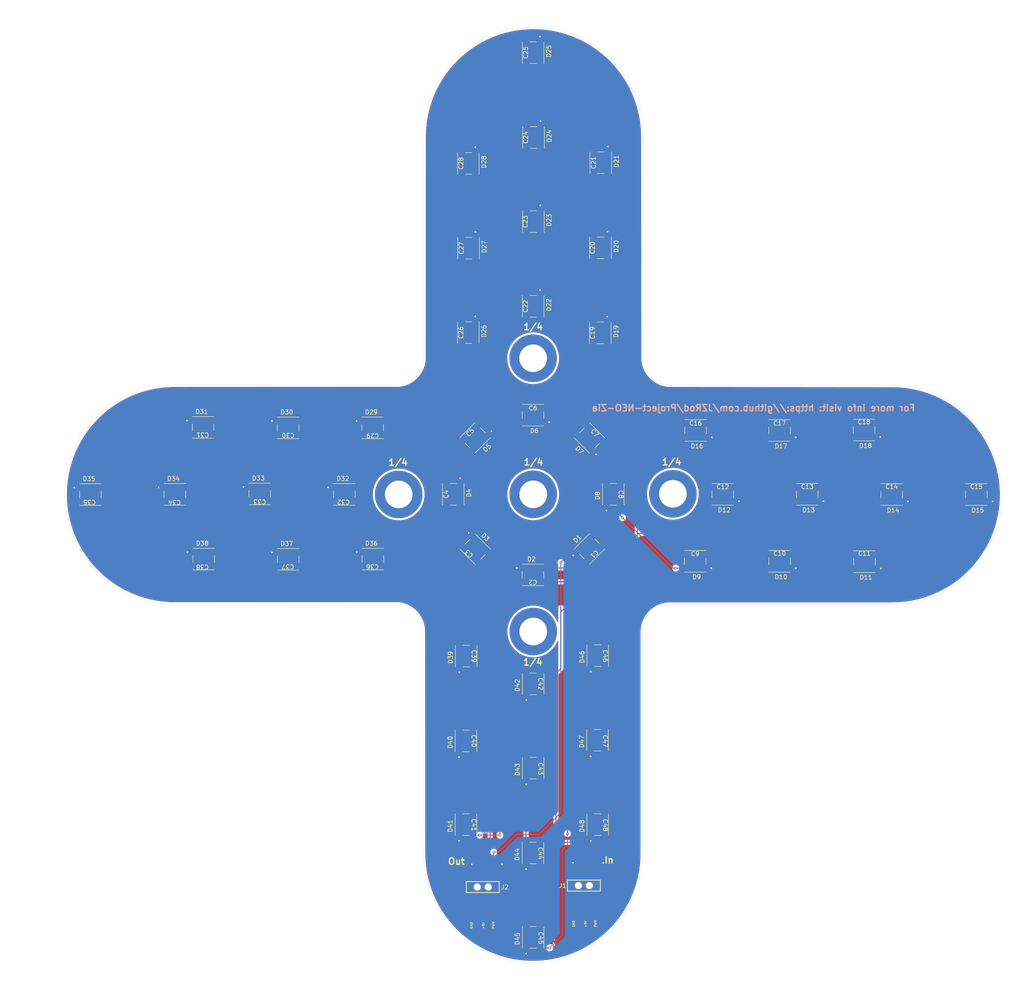
<source format=kicad_pcb>
(kicad_pcb (version 20241229) (generator "pcbnew") (generator_version "9.0")
  (title_block (title "Project NEO Zia") (date "5/20/2025") (rev "4"))
  (layers (0 "F.Cu" signal) (2 "B.Cu" signal) (13 "F.Paste" user) (15 "B.Paste" user) (5 "F.SilkS" user "F.Silkscreen") (7 "B.SilkS" user "B.Silkscreen") (1 "F.Mask" user) (3 "B.Mask" user) (25 "Edge.Cuts" user))
  (net 0 "")
  (net 1 "Net-(D1-DIN)")
  (net 2 "GND")
  (net 3 "Net-(D1-DOUT)")
  (net 4 "+5V")
  (net 5 "Net-(D2-DIN)")
  (net 6 "Net-(D10-DIN)")
  (net 7 "Net-(D3-DIN)")
  (net 8 "Net-(D5-DIN)")
  (net 9 "Net-(D6-DIN)")
  (net 10 "Net-(D4-DIN)")
  (net 11 "Net-(D7-DIN)")
  (net 12 "Net-(D10-DOUT)")
  (net 13 "Net-(D17-DIN)")
  (net 14 "Net-(D11-DIN)")
  (net 15 "Net-(D8-DIN)")
  (net 16 "Net-(D18-DIN)")
  (net 17 "Net-(D12-DIN)")
  (net 18 "Net-(D13-DIN)")
  (net 19 "Net-(D19-DIN)")
  (net 20 "Net-(D14-DIN)")
  (net 21 "Net-(D15-DIN)")
  (net 22 "Net-(D16-DIN)")
  (net 23 "Net-(D20-DIN)")
  (net 24 "Net-(D27-DIN)")
  (net 25 "Net-(D21-DIN)")
  (net 26 "Net-(D28-DIN)")
  (net 27 "Net-(D22-DIN)")
  (net 28 "Net-(D29-DIN)")
  (net 29 "Net-(D23-DIN)")
  (net 30 "Net-(D24-DIN)")
  (net 31 "Net-(D25-DIN)")
  (net 32 "Net-(D26-DIN)")
  (net 33 "Net-(D30-DIN)")
  (net 34 "Net-(D34-DIN)")
  (net 35 "Net-(D31-DIN)")
  (net 36 "Net-(D32-DIN)")
  (net 37 "Net-(D37-DIN)")
  (net 38 "Net-(D33-DIN)")
  (net 39 "Net-(D38-DIN)")
  (net 40 "Net-(D36-DIN)")
  (net 41 "Net-(D39-DIN)")
  (net 42 "Net-(D40-DIN)")
  (net 43 "Net-(D41-DIN)")
  (net 44 "Net-(D42-DIN)")
  (net 45 "Net-(D43-DIN)")
  (net 46 "Net-(D44-DIN)")
  (net 47 "Net-(D45-DIN)")
  (net 48 "Net-(D46-DIN)")
  (net 49 "Net-(D47-DIN)")
  (net 50 "Net-(D48-DIN)")
  (net 51 "Net-(D35-DIN)")
  (footprint "CustomParts:LED_1655" (layer "F.Cu") (at 212.95 233.3625 90)
    (property "Reference" "D44")
    (property "Value" "1655 NeoPixel")
  )
  (footprint "CustomParts:LED_1655" (layer "F.Cu") (at 289.6125 135.4 180)
    (property "Reference" "D18")
    (property "Value" "1655 NeoPixel")
  )
  (footprint "CustomParts:CAPC220145_88N_KEM" (layer "F.Cu") (at 296 146.45)
    (property "Reference" "C14")
    (property "Value" "C_Small")
  )
  (footprint "CustomParts:LED_1655" (layer "F.Cu") (at 156.3 165.35)
    (property "Reference" "D37")
    (property "Value" "1655 NeoPixel")
  )
  (footprint "CustomParts:LED_1655" (layer "F.Cu") (at 228.65 73.4875 -90)
    (property "Reference" "D21")
    (property "Value" "1655 NeoPixel")
  )
  (footprint "CustomParts:CAPC220145_88N_KEM" (layer "F.Cu") (at 276.45 146.45)
    (property "Reference" "C13")
    (property "Value" "C_Small")
  )
  (footprint "CustomParts:CAPC220145_88N_KEM" (layer "F.Cu") (at 216.8 213.85 -90)
    (property "Reference" "C43")
    (property "Value" "C_Small")
  )
  (footprint "CustomParts:LED_1655" (layer "F.Cu") (at 228.6 93.2 -90)
    (property "Reference" "D20")
    (property "Value" "1655 NeoPixel")
  )
  (footprint "CustomParts:LED_1655" (layer "F.Cu") (at 231.55 150.3 90)
    (property "Reference" "D8")
    (property "Value" "1655 NeoPixel")
  )
  (footprint "CustomParts:CAPC220145_88N_KEM" (layer "F.Cu") (at 130 154.25 180)
    (property "Reference" "C34")
    (property "Value" "C_Small")
  )
  (footprint "CustomParts:CAPC220145_88N_KEM" (layer "F.Cu") (at 136.45 169.2 180)
    (property "Reference" "C38")
    (property "Value" "C_Small")
  )
  (footprint "CustomParts:CAPC220145_88N_KEM" (layer "F.Cu") (at 270.05 161.9)
    (property "Reference" "C10")
    (property "Value" "C_Small")
  )
  (footprint "CustomParts:CAPC220145_88N_KEM" (layer "F.Cu") (at 149.7 154.1 180)
    (property "Reference" "C33")
    (property "Value" "C_Small")
  )
  (footprint "CustomParts:CAPC220145_88N_KEM" (layer "F.Cu") (at 194.2 73.65 90)
    (property "Reference" "C28")
    (property "Value" "C_Small")
  )
  (footprint "CustomParts:CAPC220145_88N_KEM" (layer "F.Cu") (at 136.5 138.6 180)
    (property "Reference" "C31")
    (property "Value" "C_Small")
  )
  (footprint "CustomParts:LED_1655" (layer "F.Cu") (at 213 252.9125 90)
    (property "Reference" "D45")
    (property "Value" "1655 NeoPixel")
  )
  (footprint "CustomParts:SAMTEC_TSM-103-02-L-SH-LC" (layer "F.Cu") (at 201.335 241.255 180)
    (property "Reference" "J2")
    (property "Value" "TSM-103-02-L-SH-LC")
  )
  (footprint "CustomParts:LED_1655" (layer "F.Cu") (at 156.2875 134.9)
    (property "Reference" "D30")
    (property "Value" "1655 NeoPixel")
  )
  (footprint "CustomParts:LED_1655" (layer "F.Cu") (at 296 150.35 180)
    (property "Reference" "D14")
    (property "Value" "1655 NeoPixel")
  )
  (footprint "CustomParts:CAPC220145_88N_KEM" (layer "F.Cu") (at 209.1 87.15 90)
    (property "Reference" "C23")
    (property "Value" "C_Small")
  )
  (footprint "CustomParts:LED_1655" (layer "F.Cu") (at 175.85 134.9)
    (property "Reference" "D29")
    (property "Value" "1655 NeoPixel")
  )
  (footprint "CustomParts:CAPC220145_88N_KEM" (layer "F.Cu") (at 209.15 106.75 90)
    (property "Reference" "C22")
    (property "Value" "C_Small")
  )
  (footprint "CustomParts:LED_1655" (layer "F.Cu") (at 175.9 165.3)
    (property "Reference" "D36")
    (property "Value" "1655 NeoPixel")
  )
  (footprint "CustomParts:LED_1655" (layer "F.Cu") (at 130.05 150.3)
    (property "Reference" "D34")
    (property "Value" "1655 NeoPixel")
  )
  (footprint "CustomParts:CAPC220145_88N_KEM" (layer "F.Cu") (at 231.8 187.72 -90)
    (property "Reference" "C46")
    (property "Value" "C_Small")
  )
  (footprint "CustomParts:CAPC220145_88N_KEM" (layer "F.Cu") (at 250.6 131.75)
    (property "Reference" "C16")
    (property "Value" "C_Small")
  )
  (footprint "CustomParts:CAPC220145_88N_KEM" (layer "F.Cu") (at 289.7 161.9)
    (property "Reference" "C11")
    (property "Value" "C_Small")
  )
  (footprint "CustomParts:CAPC220145_88N_KEM" (layer "F.Cu") (at 228.75 134.6 -45)
    (property "Reference" "C7")
    (property "Value" "C_Small")
  )
  (footprint "CustomParts:CAPC220145_88N_KEM" (layer "F.Cu") (at 190.75 150.3 90)
    (property "Reference" "C4")
    (property "Value" "C_Small")
  )
  (footprint "CustomParts:LED_1655" (layer "F.Cu") (at 149.7 150.2)
    (property "Reference" "D33")
    (property "Value" "1655 NeoPixel")
  )
  (footprint "CustomParts:CAPC220145_88N_KEM" (layer "F.Cu") (at 270.05 131.75)
    (property "Reference" "C17")
    (property "Value" "C_Small")
  )
  (footprint "CustomParts:LED_1655" (layer "F.Cu") (at 289.7125 165.9 180)
    (property "Reference" "D11")
    (property "Value" "1655 NeoPixel")
  )
  (footprint "CustomParts:CAPC220145_88N_KEM" (layer "F.Cu") (at 228.675 165.625 -135)
    (property "Reference" "C1")
    (property "Value" "C_Small")
  )
  (footprint "CustomParts:SAMTEC_TSM-103-02-L-SH-LC" (layer "F.Cu") (at 224.75 240.925 180)
    (property "Reference" "J1")
    (property "Value" "TSM-103-02-L-SH-LC")
  )
  (footprint "CustomParts:CAPC220145_88N_KEM" (layer "F.Cu") (at 156.3 138.7 180)
    (property "Reference" "C30")
    (property "Value" "C_Small")
  )
  (footprint "CustomParts:CAPC220145_88N_KEM" (layer "F.Cu") (at 224.65 93.2 90)
    (property "Reference" "C20")
    (property "Value" "C_Small")
  )
  (footprint "CustomParts:LED_1655" (layer "F.Cu") (at 212.95 168.95)
    (property "Reference" "D2")
    (property "Value" "1655 NeoPixel")
  )
  (footprint "CustomParts:LED_1655" (layer "F.Cu") (at 228.55 112.8875 -90)
    (property "Reference" "D19")
    (property "Value" "1655 NeoPixel")
  )
  (footprint "CustomParts:LED_1655" (layer "F.Cu") (at 226.05 162.95 45)
    (property "Reference" "D1")
    (property "Value" "1655 NeoPixel")
  )
  (footprint "MountingHole:MountingHole_6.4mm_M6_DIN965_Pad" (layer "F.Cu") (at 213.025 150.3)
    (property "Reference" "REF**" (hide yes))
    (property "Value" "MountingHole_6.4mm_M6_DIN965_Pad")
  )
  (footprint "CustomParts:CAPC220145_88N_KEM" (layer "F.Cu") (at 216.85 253.05 -90)
    (property "Reference" "C45")
    (property "Value" "C_Small")
  )
  (footprint "CustomParts:LED_1655" (layer "F.Cu") (at 197.45 207.4 90)
    (property "Reference" "D40")
    (property "Value" "1655 NeoPixel")
  )
  (footprint "CustomParts:LED_1655" (layer "F.Cu") (at 213.05 87.1375 -90)
    (property "Reference" "D23")
    (property "Value" "1655 NeoPixel")
  )
  (footprint "CustomParts:CAPC220145_88N_KEM" (layer "F.Cu") (at 156.2 169.15 180)
    (property "Reference" "C37")
    (property "Value" "C_Small")
  )
  (footprint "CustomParts:LED_1655" (layer "F.Cu") (at 212.9625 131.95 180)
    (property "Reference" "D6")
    (property "Value" "1655 NeoPixel")
  )
  (footprint "CustomParts:LED_1655" (layer "F.Cu") (at 213 48 -90)
    (property "Reference" "D25")
    (property "Value" "1655 NeoPixel")
  )
  (footprint "CustomParts:CAPC220145_88N_KEM" (layer "F.Cu") (at 212.95 128.25)
    (property "Reference" "C6")
    (property "Value" "C_Small")
  )
  (footprint "CustomParts:LED_1655" (layer "F.Cu") (at 227.95 187.65 90)
    (property "Reference" "D46")
    (property "Value" "1655 NeoPixel")
  )
  (footprint "CustomParts:CAPC220145_88N_KEM" (layer "F.Cu") (at 209.2 67.65 90)
    (property "Reference" "C24")
    (property "Value" "C_Small")
  )
  (footprint "CustomParts:CAPC220145_88N_KEM" (layer "F.Cu") (at 196.675 165.525 135)
    (property "Reference" "C3")
    (property "Value" "C_Small")
  )
  (footprint "CustomParts:CAPC220145_88N_KEM" (layer "F.Cu") (at 231.8 207.45 -90)
    (property "Reference" "C47")
    (property "Value" "C_Small")
  )
  (footprint "CustomParts:LED_1655" (layer "F.Cu") (at 194.5 150.3 -90)
    (property "Reference" "D4")
    (property "Value" "1655 NeoPixel")
  )
  (footprint "CustomParts:CAPC220145_88N_KEM" (layer "F.Cu") (at 201.35 226.85 -90)
    (property "Reference" "C41")
    (property "Value" "C_Small")
  )
  (footprint "CustomParts:CAPC220145_88N_KEM" (layer "F.Cu") (at 224.9 73.5 90)
    (property "Reference" "C21")
    (property "Value" "C_Small")
  )
  (footprint "CustomParts:CAPC220145_88N_KEM" (layer "F.Cu") (at 216.8 194.2 -90)
    (property "Reference" "C42")
    (property "Value" "C_Small")
  )
  (footprint "CustomParts:CAPC220145_88N_KEM" (layer "F.Cu") (at 175.85 138.8 180)
    (property "Reference" "C29")
    (property "Value" "C_Small")
  )
  (footprint "MountingHole:MountingHole_6.4mm_M6_DIN965_Pad" (layer "F.Cu") (at 213 118.775)
    (property "Reference" "REF**" (hide yes))
    (property "Value" "MountingHole_6.4mm_M6_DIN965_Pad")
  )
  (footprint "CustomParts:LED_1655" (layer "F.Cu") (at 199.601041 163.013782 -45)
    (property "Reference" "D3")
    (property "Value" "1655 NeoPixel")
  )
  (footprint "CustomParts:CAPC220145_88N_KEM" (layer "F.Cu") (at 169.1 154.15 180)
    (property "Reference" "C32")
    (property "Value" "C_Small")
  )
  (footprint "CustomParts:LED_1655" (layer "F.Cu") (at 226.05 137.25 135)
    (property "Reference" "D7")
    (property "Value" "1655 NeoPixel")
  )
  (footprint "CustomParts:CAPC220145_88N_KEM" (layer "F.Cu") (at 315.6 146.45)
    (property "Reference" "C15")
    (property "Value" "C_Small")
  )
  (footprint "CustomParts:CAPC220145_88N_KEM" (layer "F.Cu") (at 216.8 233.45 -90)
    (property "Reference" "C44")
    (property "Value" "C_Small")
  )
  (footprint "CustomParts:CAPC220145_88N_KEM" (layer "F.Cu") (at 224.65 112.9 90)
    (property "Reference" "C19")
    (property "Value" "C_Small")
  )
  (footprint "CustomParts:CAPC220145_88N_KEM" (layer "F.Cu") (at 196.925 134.5 45)
    (property "Reference" "C5")
    (property "Value" "C_Small")
  )
  (footprint "CustomParts:LED_1655" (layer "F.Cu") (at 227.9 207.25 90)
    (property "Reference" "D47")
    (property "Value" "1655 NeoPixel")
  )
  (footprint "CustomParts:LED_1655" (layer "F.Cu") (at 315.6 150.35 180)
    (property "Reference" "D15")
    (property "Value" "1655 NeoPixel")
  )
  (footprint "MountingHole:MountingHole_6.4mm_M6_DIN965_Pad" (layer "F.Cu") (at 181.875 150.325 180)
    (property "Reference" "REF**" (hide yes))
    (property "Value" "MountingHole_6.4mm_M6_DIN965_Pad")
  )
  (footprint "CustomParts:CAPC220145_88N_KEM" (layer "F.Cu") (at 201.4 187.75 -90)
    (property "Reference" "C39")
    (property "Value" "C_Small")
  )
  (footprint "CustomParts:LED_1655" (layer "F.Cu") (at 169.2875 150.3)
    (property "Reference" "D32")
    (property "Value" "1655 NeoPixel")
  )
  (footprint "MountingHole:MountingHole_6.4mm_M6_DIN965_Pad" (layer "F.Cu") (at 213.025 182.075 180)
    (property "Reference" "REF**" (hide yes))
    (property "Value" "MountingHole_6.4mm_M6_DIN965_Pad")
  )
  (footprint "CustomParts:CAPC220145_88N_KEM" (layer "F.Cu") (at 256.9 146.5)
    (property "Reference" "C12")
    (property "Value" "C_Small")
  )
  (footprint "CustomParts:LED_1655" (layer "F.Cu") (at 199.55 137.2 -135)
    (property "Reference" "D5")
    (property "Value" "1655 NeoPixel")
  )
  (footprint "CustomParts:LED_1655" (layer "F.Cu") (at 250.5125 165.8 180)
    (property "Reference" "D9")
    (property "Value" "1655 NeoPixel")
  )
  (footprint "CustomParts:CAPC220145_88N_KEM" (layer "F.Cu") (at 235.4 150.3 -90)
    (property "Reference" "C8")
    (property "Value" "C_Small")
  )
  (footprint "CustomParts:LED_1655" (layer "F.Cu") (at 213.1 67.6375 -90)
    (property "Reference" "D24")
    (property "Value" "1655 NeoPixel")
  )
  (footprint "CustomParts:CAPC220145_88N_KEM" (layer "F.Cu") (at 194.3 93.3 90)
    (property "Reference" "C27")
    (property "Value" "C_Small")
  )
  (footprint "CustomParts:CAPC220145_88N_KEM" (layer "F.Cu") (at 212.95 172.725 180)
    (property "Reference" "C2")
    (property "Value" "C_Small")
  )
  (footprint "CustomParts:LED_1655" (layer "F.Cu") (at 213 213.7125 90)
    (property "Reference" "D43")
    (property "Value" "1655 NeoPixel")
  )
  (footprint "CustomParts:LED_1655" (layer "F.Cu") (at 197.45 226.8 90)
    (property "Reference" "D41")
    (property "Value" "1655 NeoPixel")
  )
  (footprint "CustomParts:LED_1655" (layer "F.Cu") (at 276.45 150.3 180)
    (property "Reference" "D13")
    (property "Value" "1655 NeoPixel")
  )
  (footprint "CustomParts:CAPC220145_88N_KEM" (layer "F.Cu") (at 110.3 154.2 180)
    (property "Reference" "C35")
    (property "Value" "C_Small")
  )
  (footprint "CustomParts:LED_1655" (layer "F.Cu") (at 250.6125 135.5 180)
    (property "Reference" "D16")
    (property "Value" "1655 NeoPixel")
  )
  (footprint "CustomParts:CAPC220145_88N_KEM" (layer "F.Cu") (at 175.8 169.15 180)
    (property "Reference" "C36")
    (property "Value" "C_Small")
  )
  (footprint "CustomParts:CAPC220145_88N_KEM" (layer "F.Cu") (at 289.6 131.45)
    (property "Reference" "C18")
    (property "Value" "C_Small")
  )
  (footprint "CustomParts:CAPC220145_88N_KEM" (layer "F.Cu") (at 231.8 226.9 -90)
    (property "Reference" "C48")
    (property "Value" "C_Small")
  )
  (footprint "CustomParts:LED_1655" (layer "F.Cu") (at 198 112.8375 -90)
    (property "Reference" "D26")
    (property "Value" "1655 NeoPixel")
  )
  (footprint "CustomParts:LED_1655" (layer "F.Cu") (at 227.95 226.8125 90)
    (property "Reference" "D48")
    (property "Value" "1655 NeoPixel")
  )
  (footprint "CustomParts:LED_1655" (layer "F.Cu") (at 136.7375 165.3)
    (property "Reference" "D38")
    (property "Value" "1655 NeoPixel")
  )
  (footprint "CustomParts:CAPC220145_88N_KEM" (layer "F.Cu") (at 194.2 112.85 90)
    (property "Reference" "C26")
    (property "Value" "C_Small")
  )
  (footprint "CustomParts:LED_1655" (layer "F.Cu") (at 136.6 134.8)
    (property "Reference" "D31")
    (property "Value" "1655 NeoPixel")
  )
  (footprint "CustomParts:LED_1655" (layer "F.Cu") (at 213 106.75 -90)
    (property "Reference" "D22")
    (property "Value" "1655 NeoPixel")
  )
  (footprint "CustomParts:CAPC220145_88N_KEM" (layer "F.Cu") (at 201.35 207.4 -90)
    (property "Reference" "C40")
    (property "Value" "C_Small")
  )
  (footprint "CustomParts:LED_1655" (layer "F.Cu") (at 197.5 187.7625 90)
    (property "Reference" "D39")
    (property "Value" "1655 NeoPixel")
  )
  (footprint "CustomParts:LED_1655" (layer "F.Cu") (at 198 73.65 -90)
    (property "Reference" "D28")
    (property "Value" "1655 NeoPixel")
  )
  (footprint "CustomParts:CAPC220145_88N_KEM" (layer "F.Cu") (at 209.2 48 90)
    (property "Reference" "C25")
    (property "Value" "C_Small")
  )
  (footprint "CustomParts:LED_1655" (layer "F.Cu") (at 198.05 93.2875 -90)
    (property "Reference" "D27")
    (property "Value" "1655 NeoPixel")
  )
  (footprint "CustomParts:CAPC220145_88N_KEM" (layer "F.Cu") (at 250.5 162)
    (property "Reference" "C9")
    (property "Value" "C_Small")
  )
  (footprint "CustomParts:LED_1655" (layer "F.Cu") (at 270.05 135.5 180)
    (property "Reference" "D17")
    (property "Value" "1655 NeoPixel")
  )
  (footprint "MountingHole:MountingHole_6.4mm_M6_DIN965_Pad" (layer "F.Cu") (at 245.35 150.175)
    (property "Reference" "REF**" (hide yes))
    (property "Value" "MountingHole_6.4mm_M6_DIN965_Pad")
  )
  (footprint "CustomParts:LED_1655" (layer "F.Cu") (at 270.05 165.8 180)
    (property "Reference" "D10")
    (property "Value" "1655 NeoPixel")
  )
  (footprint "CustomParts:LED_1655" (layer "F.Cu") (at 110.5 150.35)
    (property "Reference" "D35")
    (property "Value" "1655 NeoPixel")
  )
  (footprint "CustomParts:LED_1655" (layer "F.Cu") (at 213 194.2 90)
    (property "Reference" "D42")
    (property "Value" "1655 NeoPixel")
  )
  (footprint "CustomParts:LED_1655" (layer "F.Cu") (at 256.9 150.3 180)
    (property "Reference" "D12")
    (property "Value" "1655 NeoPixel")
  )
  (gr_line (start 296.125 175.8) (end 244.7 175.8) (stroke (width 0.05)) (layer "Edge.Cuts"))
  (gr_line (start 187.55 233.425) (end 187.51 182.075) (stroke (width 0.05)) (layer "Edge.Cuts"))
  (gr_line (start 238.47498 67.475) (end 238.515128 118.6) (stroke (width 0.05)) (layer "Edge.Cuts"))
  (gr_arc (start 238.35 233.425) (mid 212.95 258.825) (end 187.55 233.425) (stroke (width 0.05)) (layer "Edge.Cuts"))
  (gr_arc (start 296.125 125) (mid 321.525 150.4) (end 296.125 175.8) (stroke (width 0.05)) (layer "Edge.Cuts"))
  (gr_arc (start 238.35 182.15) (mid 240.209872 177.659872) (end 244.7 175.8) (stroke (width 0.05)) (layer "Edge.Cuts"))
  (gr_line (start 129.975 175.75) (end 181.16 175.725) (stroke (width 0.05)) (layer "Edge.Cuts"))
  (gr_line (start 187.675 67.475) (end 187.659872 118.575) (stroke (width 0.05)) (layer "Edge.Cuts"))
  (gr_arc (start 187.659872 118.575) (mid 185.8 123.065128) (end 181.309872 124.925) (stroke (width 0.05)) (layer "Edge.Cuts"))
  (gr_arc (start 181.16 175.725) (mid 185.650128 177.584872) (end 187.51 182.075) (stroke (width 0.05)) (layer "Edge.Cuts"))
  (gr_arc (start 244.865128 124.95) (mid 240.375 123.090128) (end 238.515128 118.6) (stroke (width 0.05)) (layer "Edge.Cuts"))
  (gr_arc (start 129.975 175.75) (mid 104.575 150.35) (end 129.975 124.95) (stroke (width 0.05)) (layer "Edge.Cuts"))
  (gr_line (start 129.975 124.95) (end 181.309872 124.925) (stroke (width 0.05)) (layer "Edge.Cuts"))
  (gr_line (start 296.125 125) (end 244.8651 124.95) (stroke (width 0.05)) (layer "Edge.Cuts"))
  (gr_line (start 238.35 233.425) (end 238.35 182.15) (stroke (width 0.05)) (layer "Edge.Cuts"))
  (gr_arc (start 187.675 67.475) (mid 213.075 42.075) (end 238.475 67.475) (stroke (width 0.05)) (layer "Edge.Cuts"))
  (gr_text "GND" (at 199.025 250.95 90) (layer "F.SilkS") (effects (font (size 0.5 0.5) (thickness 0.1) (bold yes)) (justify left bottom)))
  (gr_text "PWM" (at 204.075 250.95 90) (layer "F.SilkS") (effects (font (size 0.5 0.5) (thickness 0.1) (bold yes)) (justify left bottom)))
  (gr_text "1/4" (at 242.65 143.675 0) (layer "F.SilkS") (effects (font (size 1.5 1.5) (thickness 0.3) (bold yes)) (justify left bottom)))
  (gr_text "PWM" (at 227.725 250.6 90) (layer "F.SilkS") (effects (font (size 0.5 0.5) (thickness 0.1) (bold yes)) (justify left bottom)))
  (gr_text "1/4" (at 179.325 143.775 0) (layer "F.SilkS") (effects (font (size 1.5 1.5) (thickness 0.3) (bold yes)) (justify left bottom)))
  (gr_text "In" (at 229.35 235.9 0) (layer "F.SilkS") (effects (font (size 1.5 1.5) (thickness 0.3) (bold yes)) (justify left bottom)))
  (gr_text "1/4" (at 210.6 112.375 0) (layer "F.SilkS") (effects (font (size 1.5 1.5) (thickness 0.3) (bold yes)) (justify left bottom)))
  (gr_text "GND" (at 222.675 250.6 90) (layer "F.SilkS") (effects (font (size 0.5 0.5) (thickness 0.1) (bold yes)) (justify left bottom)))
  (gr_text "1/4" (at 210.675 143.7 0) (layer "F.SilkS") (effects (font (size 1.5 1.5) (thickness 0.3) (bold yes)) (justify left bottom)))
  (gr_text "Out" (at 193.15 236.2 0) (layer "F.SilkS") (effects (font (size 1.5 1.5) (thickness 0.3) (bold yes)) (justify left bottom)))
  (gr_text "1/4" (at 210.525 190.05 0) (layer "F.SilkS") (effects (font (size 1.5 1.5) (thickness 0.3) (bold yes)) (justify left bottom)))
  (gr_text "+5V" (at 225.4 250.65 90) (layer "F.SilkS") (effects (font (size 0.5 0.5) (thickness 0.1) (bold yes)) (justify left bottom)))
  (gr_text "+5V" (at 201.75 251 90) (layer "F.SilkS") (effects (font (size 0.5 0.5) (thickness 0.1) (bold yes)) (justify left bottom)))
  (gr_text "For more info visit: https://github.com/JZRod/Project-NEO-Zia" (at 301.575 131.175 0) (layer "B.SilkS") (effects (font (size 1.5 1.5) (thickness 0.3) (bold yes)) (justify left bottom mirror)))
  (segment (start 223.912741 167.35) (end 225.448959 165.813782) (width 0.2) (layer "F.Cu") (net 1))
  (segment (start 215.4 167.35) (end 223.912741 167.35) (width 0.2) (layer "F.Cu") (net 1))
  (via (at 198.795 235.975) (size 0.6) (drill 0.3) (layers "F.Cu" "B.Cu") (net 2))
  (via (at 222.21 235.645) (size 0.6) (drill 0.3) (layers "F.Cu" "B.Cu") (net 2))
  (segment (start 203.9 233.15) (end 203.865 233.185) (width 0.2) (layer "F.Cu") (net 3))
  (segment (start 203.865 233.185) (end 203.865 235.975) (width 0.2) (layer "F.Cu") (net 3))
  (segment (start 223.888782 160.086218) (end 221.125 162.85) (width 0.2) (layer "F.Cu") (net 3))
  (segment (start 226.651041 160.086218) (end 223.888782 160.086218) (width 0.2) (layer "F.Cu") (net 3))
  (segment (start 221.125 164.4) (end 219.4 166.125) (width 0.2) (layer "F.Cu") (net 3))
  (segment (start 221.125 162.85) (end 221.125 164.4) (width 0.2) (layer "F.Cu") (net 3))
  (via (at 219.4 166.125) (size 0.6) (drill 0.3) (layers "F.Cu" "B.Cu") (net 3))
  (via (at 203.9 233.15) (size 0.6) (drill 0.3) (layers "F.Cu" "B.Cu") (net 3))
  (segment (start 219.4 166.125) (end 219.4 224.05) (width 0.2) (layer "B.Cu") (net 3))
  (segment (start 219.4 224.05) (end 214.4 229.05) (width 0.2) (layer "B.Cu") (net 3))
  (segment (start 205.025 233.15) (end 203.9 233.15) (width 0.2) (layer "B.Cu") (net 3))
  (segment (start 214.4 229.05) (end 209.125 229.05) (width 0.2) (layer "B.Cu") (net 3))
  (segment (start 209.125 229.05) (end 205.025 233.15) (width 0.2) (layer "B.Cu") (net 3))
  (segment (start 110.73 154.17) (end 112.95 151.95) (width 0.2) (layer "F.Cu") (net 4))
  (segment (start 143.1125 170.825) (end 139.1875 166.9) (width 0.2) (layer "F.Cu") (net 4))
  (segment (start 178.3 136.5) (end 178.3 140.325) (width 0.2) (layer "F.Cu") (net 4))
  (segment (start 201.1075 187.32) (end 199.1 185.3125) (width 0.2) (layer "F.Cu") (net 4))
  (segment (start 237.1 140.675) (end 223.1 126.675) (width 0.2) (layer "F.Cu") (net 4))
  (segment (start 192.9 152.75) (end 189.1 152.75) (width 0.2) (layer "F.Cu") (net 4))
  (segment (start 194.4425 93.73) (end 196.45 95.7375) (width 0.2) (layer "F.Cu") (net 4))
  (segment (start 156.73 138.5075) (end 158.7375 136.5) (width 0.2) (layer "F.Cu") (net 4))
  (segment (start 178.35 166.9) (end 178.35 170.825) (width 0.2) (layer "F.Cu") (net 4))
  (segment (start 219.4 176.55) (end 219.4 177.525) (width 0.2) (layer "F.Cu") (net 4))
  (segment (start 214.6 191.75) (end 218.275 191.75) (width 0.2) (layer "F.Cu") (net 4))
  (segment (start 136.93 138.6) (end 136.93 138.52) (width 0.2) (layer "F.Cu") (net 4))
  (segment (start 143 140.35) (end 139.05 136.4) (width 0.2) (layer "F.Cu") (net 4))
  (segment (start 196.4 115.2875) (end 192.1875 115.2875) (width 0.2) (layer "F.Cu") (net 4))
  (segment (start 233.725 185.2) (end 233.75 185.175) (width 0.2) (layer "F.Cu") (net 4))
  (segment (start 233.75 164.75) (end 233.75 185.175) (width 0.2) (layer "F.Cu") (net 4))
  (segment (start 132.5 152.18) (end 132.5 151.9) (width 0.2) (layer "F.Cu") (net 4))
  (segment (start 289.27 161.9) (end 289.27 162.2925) (width 0.2) (layer "F.Cu") (net 4))
  (segment (start 216.8 213.42) (end 216.7575 213.42) (width 0.2) (layer "F.Cu") (net 4))
  (segment (start 169.53 154.1075) (end 171.7375 151.9) (width 0.2) (layer "F.Cu") (net 4))
  (segment (start 248.1625 129.7375) (end 248.15 129.725) (width 0.2) (layer "F.Cu") (net 4))
  (segment (start 201.12 226.42) (end 199.05 224.35) (width 0.2) (layer "F.Cu") (net 4))
  (segment (start 250.07 162.1925) (end 248.0625 164.2) (width 0.2) (layer "F.Cu") (net 4))
  (segment (start 218.3875 230.9125) (end 214.55 230.9125) (width 0.2) (layer "F.Cu") (net 4))
  (segment (start 248.1625 133.9) (end 248.1625 129.7375) (width 0.2) (layer "F.Cu") (net 4))
  (segment (start 274 148.7) (end 274 145.15) (width 0.2) (layer "F.Cu") (net 4))
  (segment (start 231.64 187.29) (end 231.8 187.29) (width 0.2) (layer "F.Cu") (net 4))
  (segment (start 233.15 147.85) (end 237.075 147.85) (width 0.2) (layer "F.Cu") (net 4))
  (segment (start 207.175 109.225) (end 207.175 89.575) (width 0.2) (layer "F.Cu") (net 4))
  (segment (start 218.2625 211.2625) (end 218.275 211.275) (width 0.2) (layer "F.Cu") (net 4))
  (segment (start 158.7375 136.5) (end 158.7375 140.3375) (width 0.2) (layer "F.Cu") (net 4))
  (segment (start 233.75 220.1625) (end 229.55 224.3625) (width 0.2) (layer "F.Cu") (net 4))
  (segment (start 225.448959 134.386218) (end 227.872677 131.9625) (width 0.2) (layer "F.Cu") (net 4))
  (segment (start 248.075 159.325) (end 267.6 159.325) (width 0.2) (layer "F.Cu") (net 4))
  (segment (start 192.175 123.275) (end 192.175 122.975) (width 0.2) (layer "F.Cu") (net 4))
  (segment (start 222.5375 115.3375) (end 222.5 115.3) (width 0.2) (layer "F.Cu") (net 4))
  (segment (start 219.4 190.625) (end 218.275 191.75) (width 0.2) (layer "F.Cu") (net 4))
  (segment (start 171.7375 155.7375) (end 171.725 155.75) (width 0.2) (layer "F.Cu") (net 4))
  (segment (start 203.05 185.3) (end 203.05 175.525) (width 0.2) (layer "F.Cu") (net 4))
  (segment (start 267.6 163.92) (end 267.6 164.2) (width 0.2) (layer "F.Cu") (net 4))
  (segment (start 216.6575 233.02) (end 214.55 230.9125) (width 0.2) (layer "F.Cu") (net 4))
  (segment (start 222.525 95.65) (end 222.5 95.675) (width 0.2) (layer "F.Cu") (net 4))
  (segment (start 228.979056 162.414233) (end 228.913782 162.348959) (width 0.2) (layer "F.Cu") (net 4))
  (segment (start 218.275 191.75) (end 218.275 211.275) (width 0.2) (layer "F.Cu") (net 4))
  (segment (start 136.88 169.2) (end 136.8875 169.2) (width 0.2) (layer "F.Cu") (net 4))
  (segment (start 196.45 95.7375) (end 192.2625 95.7375) (width 0.2) (layer "F.Cu") (net 4))
  (segment (start 190.88 150.73) (end 192.9 152.75) (width 0.2) (layer "F.Cu") (net 4))
  (segment (start 205.975 110.425) (end 205.975 126.675) (width 0.2) (layer "F.Cu") (net 4))
  (segment (start 293.55 145.15) (end 309.55 145.15) (width 0.2) (layer "F.Cu") (net 4))
  (segment (start 211.45 89.5875) (end 207.1875 89.5875) (width 0.2) (layer "F.Cu") (net 4))
  (segment (start 253.075 143.775) (end 237.1 143.775) (width 0.2) (layer "F.Cu") (net 4))
  (segment (start 200.153574 165.829056) (end 200.202082 165.877564) (width 0.2) (layer "F.Cu") (net 4))
  (segment (start 201.4 187.32) (end 201.1075 187.32) (width 0.2) (layer "F.Cu") (net 4))
  (segment (start 158.75 170.8) (end 158.725 170.825) (width 0.2) (layer "F.Cu") (net 4))
  (segment (start 227 95.65) (end 222.525 95.65) (width 0.2) (layer "F.Cu") (net 4))
  (segment (start 203.05 204.975) (end 203.05 185.3) (width 0.2) (layer "F.Cu") (net 4))
  (segment (start 189.1 140.075) (end 189.1 140.45) (width 0.2) (layer "F.Cu") (net 4))
  (segment (start 177.05 140.35) (end 189 140.35) (width 0.2) (layer "F.Cu") (net 4))
  (segment (start 222.5 114.85) (end 222.5 95.675) (width 0.2) (layer "F.Cu") (net 4))
  (segment (start 287.1625 133.8) (end 289.17 131.7925) (width 0.2) (layer "F.Cu") (net 4))
  (segment (start 283.0875 129.725) (end 267.575 129.725) (width 0.2) (layer "F.Cu") (net 4))
  (segment (start 203.05 232.125) (end 203.05 224.35) (width 0.2) (layer "F.Cu") (net 4))
  (segment (start 237.1 159.35) (end 237.1 147.825) (width 0.2) (layer "F.Cu") (net 4))
  (segment (start 176.28 138.52) (end 178.3 136.5) (width 0.2) (layer "F.Cu") (net 4))
  (segment (start 215.4 170.705) (end 213.38 172.725) (width 0.2) (layer "F.Cu") (net 4))
  (segment (start 209.2 48.43) (end 209.38 48.43) (width 0.2) (layer "F.Cu") (net 4))
  (segment (start 229.55 224.3625) (end 229.6925 224.3625) (width 0.2) (layer "F.Cu") (net 4))
  (segment (start 199.33 204.95) (end 199.05 204.95) (width 0.2) (layer "F.Cu") (net 4))
  (segment (start 295.57 146.45) (end 295.57 146.73) (width 0.2) (layer "F.Cu") (net 4))
  (segment (start 216.8 233.02) (end 216.6575 233.02) (width 0.2) (layer "F.Cu") (net 4))
  (segment (start 176.23 169.15) (end 176.23 169.02) (width 0.2) (layer "F.Cu") (net 4))
  (segment (start 209.1 87.58) (end 209.4425 87.58) (width 0.2) (layer "F.Cu") (net 4))
  (segment (start 237.1 143.775) (end 237.1 140.675) (width 0.2) (layer "F.Cu") (net 4))
  (segment (start 224.98 93.63) (end 227 95.65) (width 0.2) (layer "F.Cu") (net 4))
  (segment (start 256.47 146.5) (end 256.47 146.68) (width 0.2) (layer "F.Cu") (net 4))
  (segment (start 150.13 153.82) (end 152.15 151.8) (width 0.2) (layer "F.Cu") (net 4))
  (segment (start 254.45 145.15) (end 274 145.15) (width 0.2) (layer "F.Cu") (net 4))
  (segment (start 269.62 131.88) (end 267.6 133.9) (width 0.2) (layer "F.Cu") (net 4))
  (segment (start 152.15 155.725) (end 152.175 155.75) (width 0.2) (layer "F.Cu") (net 4))
  (segment (start 203.0375 185.3125) (end 203.05 185.3) (width 0.2) (layer "F.Cu") (net 4))
  (segment (start 218.275 246.7875) (end 214.6 250.4625) (width 0.2) (layer "F.Cu") (net 4))
  (segment (start 207.1875 89.5875) (end 207.175 89.575) (width 0.2) (layer "F.Cu") (net 4))
  (segment (start 195.35 167.2) (end 203.05 174.9) (width 0.2) (layer "F.Cu") (net 4))
  (segment (start 210.5125 130.35) (end 210.5125 126.6875) (width 0.2) (layer "F.Cu") (net 4))
  (segment (start 214.6925 250.4625) (end 216.85 252.62) (width 0.2) (layer "F.Cu") (net 4))
  (segment (start 203.05 224.35) (end 203.05 204.975) (width 0.2) (layer "F.Cu") (net 4))
  (segment (start 194.2 74.08) (end 196.22 76.1) (width 0.2) (layer "F.Cu") (net 4))
  (segment (start 315.17 146.45) (end 315.17 146.73) (width 0.2) (layer "F.Cu") (net 4))
  (segment (start 223.1 126.675) (end 222.5 126.675) (width 0.2) (layer "F.Cu") (net 4))
  (segment (start 226.9075 75.9375) (end 224.9 73.93) (width 0.2) (layer "F.Cu") (net 4))
  (segment (start 282.2875 159.325) (end 287.2625 164.3) (width 0.2) (layer "F.Cu") (net 4))
  (segment (start 152.15 151.8) (end 152.15 155.725) (width 0.2) (layer "F.Cu") (net 4))
  (segment (start 189.1 140.45) (end 189.1 152.75) (width 0.2) (layer "F.Cu") (net 4))
  (segment (start 169.53 154.15) (end 169.53 154.1075) (width 0.2) (layer "F.Cu") (net 4))
  (segment (start 207.2 109.2) (end 207.175 109.225) (width 0.2) (layer "F.Cu") (net 4))
  (segment (start 158.75 140.35) (end 143 140.35) (width 0.2) (layer "F.Cu") (net 4))
  (segment (start 212.52 128.25) (end 212.52 128.3425) (width 0.2) (layer "F.Cu") (net 4))
  (segment (start 226.375 170.55) (end 231.7375 165.1875) (width 0.2) (layer "F.Cu") (net 4))
  (segment (start 224.75 233) (end 222.65 230.9) (width 0.2) (layer "F.Cu") (net 4))
  (segment (start 189.1 157.175) (end 189.1 160.95) (width 0.2) (layer "F.Cu") (net 4))
  (segment (start 248.15 129.725) (end 230.110177 129.725) (width 0.2) (layer "F.Cu") (net 4))
  (segment (start 315.17 146.73) (end 313.15 148.75) (width 0.2) (layer "F.Cu") (net 4))
  (segment (start 207.175 70.075) (end 207.175 54.675) (width 0.2) (layer "F.Cu") (net 4))
  (segment (start 136.93 138.52) (end 139.05 136.4) (width 0.2) (layer "F.Cu") (net 4))
  (segment (start 192.175 123.25) (end 199.05 130.125) (width 0.2) (layer "F.Cu") (net 4))
  (segment (start 228.913782 162.348959) (end 231.7375 165.172677) (width 0.2) (layer "F.Cu") (net 4))
  (segment (start 222.65 230.9) (end 218.4 230.9) (width 0.2) (layer "F.Cu") (net 4))
  (segment (start 177.05 140.35) (end 158.75 140.35) (width 0.2) (layer "F.Cu") (net 4))
  (segment (start 225.539233 134.295944) (end 225.448959 134.386218) (width 0.2) (layer "F.Cu") (net 4))
  (segment (start 210.5125 126.6875) (end 210.525 126.675) (width 0.2) (layer "F.Cu") (net 4))
  (segment (start 237.1 147.825) (end 237.1 143.775) (width 0.2) (layer "F.Cu") (net 4))
  (segment (start 233.75 185.175) (end 233.75 204.8) (width 0.2) (layer "F.Cu") (net 4))
  (segment (start 295.57 146.73) (end 293.55 148.75) (width 0.2) (layer "F.Cu") (net 4))
  (segment (start 226.95 115.3375) (end 222.5375 115.3375) (width 0.2) (layer "F.Cu") (net 4))
  (segment (start 207.1875 70.0875) (end 207.175 70.075) (width 0.2) (layer "F.Cu") (net 4))
  (segment (start 215.4 170.55) (end 226.375 170.55) (width 0.2) (layer "F.Cu") (net 4))
  (segment (start 227.05 75.9375) (end 226.9075 75.9375) (width 0.2) (layer "F.Cu") (net 4))
  (segment (start 207.175 54.675) (end 211.4 50.45) (width 0.2) (layer "F.Cu") (net 4))
  (segment (start 210.525 126.675) (end 205.975 126.675) (width 0.2) (layer "F.Cu") (net 4))
  (segment (start 235.17 149.87) (end 233.15 147.85) (width 0.2) (layer "F.Cu") (net 4))
  (segment (start 201.35 226.42) (end 201.12 226.42) (width 0.2) (layer "F.Cu") (net 4))
  (segment (start 171.725 155.75) (end 152.175 155.75) (width 0.2) (layer "F.Cu") (net 4))
  (segment (start 199.1 185.3125) (end 203.0375 185.3125) (width 0.2) (layer "F.Cu") (net 4))
  (segment (start 201.325 233.85) (end 203.05 232.125) (width 0.2) (layer "F.Cu") (net 4))
  (segment (start 256.47 146.68) (end 254.45 148.7) (width 0.2) (layer "F.Cu") (net 4))
  (segment (start 237.075 147.85) (end 237.1 147.825) (width 0.2) (layer "F.Cu") (net 4))
  (segment (start 194.3 93.73) (end 194.4425 93.73) (width 0.2) (layer "F.Cu") (net 4))
  (segment (start 194.1375 135.252323) (end 194.1375 135.2375) (width 0.2) (layer "F.Cu") (net 4))
  (segment (start 199.05 224.35) (end 203.05 224.35) (width 0.2) (layer "F.Cu") (net 4))
  (segment (start 254.45 145.15) (end 253.075 143.775) (width 0.2) (layer "F.Cu") (net 4))
  (segment (start 227.872677 131.9625) (end 227.8875 131.9625) (width 0.2) (layer "F.Cu") (net 4))
  (segment (start 224.65 113.33) (end 224.9425 113.33) (width 0.2) (layer "F.Cu") (net 4))
  (segment (start 209.2 68.08) (end 209.4925 68.08) (width 0.2) (layer "F.Cu") (net 4))
  (segment (start 199.05 130.125) (end 189.1 140.075) (width 0.2) (layer "F.Cu") (net 4))
  (segment (start 274 145.15) (end 293.55 145.15) (width 0.2) (layer "F.Cu") (net 4))
  (segment (start 192.1875 115.2875) (end 192.175 115.275) (width 0.2) (layer "F.Cu") (net 4))
  (segment (start 222.5 115.3) (end 222.5 114.85) (width 0.2) (layer "F.Cu") (net 4))
  (segment (start 218.4 230.9) (end 218.275 230.9) (width 0.2) (layer "F.Cu") (net 4))
  (segment (start 158.7375 140.3375) (end 158.75 140.35) (width 0.2) (layer "F.Cu") (net 4))
  (segment (start 178.325 140.35) (end 177.05 140.35) (width 0.2) (layer "F.Cu") (net 4))
  (segment (start 192.175 115.275) (end 192.175 95.825) (width 0.2) (layer "F.Cu") (net 4))
  (segment (start 233.75 204.8) (end 233.75 220.1625) (width 0.2) (layer "F.Cu") (net 4))
  (segment (start 229.5 204.8) (end 229.58 204.8) (width 0.2) (layer "F.Cu") (net 4))
  (segment (start 211.4 109.2) (end 207.2 109.2) (width 0.2) (layer "F.Cu") (net 4))
  (segment (start 293.55 148.75) (end 293.55 145.15) (width 0.2) (layer "F.Cu") (net 4))
  (segment (start 205.975 126.675) (end 202.5 126.675) (width 0.2) (layer "F.Cu") (net 4))
  (segment (start 156.63 169.15) (end 156.63 169.07) (width 0.2) (layer "F.Cu") (net 4))
  (segment (start 176.28 138.8) (end 176.28 138.52) (width 0.2) (layer "F.Cu") (net 4))
  (segment (start 192.2625 95.7375) (end 192.175 95.825) (width 0.2) (layer "F.Cu") (net 4))
  (segment (start 267.6 159.325) (end 282.2875 159.325) (width 0.2) (layer "F.Cu") (net 4))
  (segment (start 199.05 204.95) (end 203.025 204.95) (width 0.2) (layer "F.Cu") (net 4))
  (segment (start 212.52 128.3425) (end 210.5125 130.35) (width 0.2) (layer "F.Cu") (net 4))
  (segment (start 189 140.35) (end 189.1 140.45) (width 0.2) (layer "F.Cu") (net 4))
  (segment (start 158.725 170.825) (end 143.1125 170.825) (width 0.2) (layer "F.Cu") (net 4))
  (segment (start 197.154646 168.925) (end 197.15 168.925) (width 0.2) (layer "F.Cu") (net 4))
  (segment (start 196.686218 137.801041) (end 194.1375 135.252323) (width 0.2) (layer "F.Cu") (net 4))
  (segment (start 158.75 166.95) (end 158.75 170.8) (width 0.2) (layer "F.Cu") (net 4))
  (segment (start 289.17 131.7925) (end 289.17 131.45) (width 0.2) (layer "F.Cu") (net 4))
  (segment (start 218.275 211.275) (end 218.275 230.9) (width 0.2) (layer "F.Cu") (net 4))
  (segment (start 194.2 113.28) (end 194.3925 113.28) (width 0.2) (layer "F.Cu") (net 4))
  (segment (start 230.110177 129.725) (end 227.872677 131.9625) (width 0.2) (layer "F.Cu") (net 4))
  (segment (start 156.63 169.07) (end 158.75 166.95) (width 0.2) (layer "F.Cu") (net 4))
  (segment (start 267.6 164.2) (end 267.6 159.325) (width 0.2) (layer "F.Cu") (net 4))
  (segment (start 218.275 230.9) (end 218.275 246.7875) (width 0.2) (layer "F.Cu") (net 4))
  (segment (start 219.4 177.525) (end 219.4 190.625) (width 0.2) (layer "F.Cu") (net 4))
  (segment (start 207.175 89.575) (end 207.175 70.075) (width 0.2) (layer "F.Cu") (net 4))
  (segment (start 229.5 204.8) (end 233.75 204.8) (width 0.2) (layer "F.Cu") (net 4))
  (segment (start 224.75 235.645) (end 224.75 233) (width 0.2) (layer "F.Cu") (net 4))
  (segment (start 110.73 154.2) (end 110.73 154.17) (width 0.2) (layer "F.Cu") (net 4))
  (segment (start 136.8875 169.2) (end 139.1875 166.9) (width 0.2) (layer "F.Cu") (net 4))
  (segment (start 215.4 170.55) (end 215.4 170.705) (width 0.2) (layer "F.Cu") (net 4))
  (segment (start 276.02 146.45) (end 276.02 146.68) (width 0.2) (layer "F.Cu") (net 4))
  (segment (start 289.27 162.2925) (end 287.2625 164.3) (width 0.2) (layer "F.Cu") (net 4))
  (segment (start 209.15 107.18) (end 209.38 107.18) (width 0.2) (layer "F.Cu") (net 4))
  (segment (start 201.35 206.97) (end 199.33 204.95) (width 0.2) (layer "F.Cu") (net 4))
  (segment (start 201.325 235.975) (end 201.325 233.85) (width 0.2) (layer "F.Cu") (net 4))
  (segment (start 222.5 126.675) (end 210.525 126.675) (width 0.2) (layer "F.Cu") (net 4))
  (segment (start 232.9625 163.9625) (end 237.1 159.825) (width 0.2) (layer "F.Cu") (net 4))
  (segment (start 178.3 140.325) (end 178.325 140.35) (width 0.2) (layer "F.Cu") (net 4))
  (segment (start 214.6 211.2625) (end 218.2625 211.2625) (width 0.2) (layer "F.Cu") (net 4))
  (segment (start 229.55 185.2) (end 233.725 185.2) (width 0.2) (layer "F.Cu") (net 4))
  (segment (start 233.75 164.75) (end 232.9625 163.9625) (width 0.2) (layer "F.Cu") (net 4))
  (segment (start 132.5 155.725) (end 132.525 155.75) (width 0.2) (layer "F.Cu") (net 4))
  (segment (start 287.1625 133.8) (end 283.0875 129.725) (width 0.2) (layer "F.Cu") (net 4))
  (segment (start 190.75 150.73) (end 190.88 150.73) (width 0.2) (layer "F.Cu") (net 4))
  (segment (start 196.22 76.1) (end 196.4 76.1) (width 0.2) (layer "F.Cu") (net 4))
  (segment (start 189.1 160.95) (end 195.35 167.2) (width 0.2) (layer "F.Cu") (net 4))
  (segment (start 209.38 48.43) (end 211.4 50.45) (width 0.2) (layer "F.Cu") (net 4))
  (segment (start 203.05 174.9) (end 203.05 175.525) (width 0.2) (layer "F.Cu") (net 4))
  (segment (start 150.13 154.1) (end 150.13 153.82) (width 0.2) (layer "F.Cu") (net 4))
  (segment (start 229.58 204.8) (end 231.8 207.02) (width 0.2) (layer "F.Cu") (net 4))
  (segment (start 194.3925 113.28) (end 196.4 115.2875) (width 0.2) (layer "F.Cu") (net 4))
  (segment (start 250.17 131.8925) (end 248.1625 133.9) (width 0.2) (layer "F.Cu") (net 4))
  (segment (start 214.6 250.4625) (end 214.6925 250.4625) (width 0.2) (layer "F.Cu") (net 4))
  (segment (start 267.6 133.9) (end 267.6 129.75) (width 0.2) (layer "F.Cu") (net 4))
  (segment (start 250.17 131.75) (end 250.17 131.8925) (width 0.2) (layer "F.Cu") (net 4))
  (segment (start 171.7375 151.9) (end 171.7375 155.7375) (width 0.2) (layer "F.Cu") (net 4))
  (segment (start 200.202082 165.877564) (end 197.154646 168.925) (width 0.2) (layer "F.Cu") (net 4))
  (segment (start 192.175 80.325) (end 196.4 76.1) (width 0.2) (layer "F.Cu") (net 4))
  (segment (start 224.65 93.63) (end 224.98 93.63) (width 0.2) (layer "F.Cu") (net 4))
  (segment (start 209.4425 87.58) (end 211.45 89.5875) (width 0.2) (layer "F.Cu") (net 4))
  (segment (start 216.62 193.77) (end 214.6 191.75) (width 0.2) (layer "F.Cu") (net 4))
  (segment (start 238 159.325) (end 248.075 159.325) (width 0.2) (layer "F.Cu") (net 4))
  (segment (start 267.6 129.75) (end 267.575 129.725) (width 0.2) (layer "F.Cu") (net 4))
  (segment (start 216.8 193.77) (end 216.62 193.77) (width 0.2) (layer "F.Cu") (net 4))
  (segment (start 216.7575 213.42) (end 214.6 211.2625) (width 0.2) (layer "F.Cu") (net 4))
  (segment (start 209.38 107.18) (end 211.4 109.2) (width 0.2) (layer "F.Cu") (net 4))
  (segment (start 171.7375 155.7375) (end 173.175 157.175) (width 0.2) (layer "F.Cu") (net 4))
  (segment (start 178.35 170.825) (end 191.725 170.825) (width 0.2) (layer "F.Cu") (net 4))
  (segment (start 231.7375 165.172677) (end 231.7375 165.1875) (width 0.2) (layer "F.Cu") (net 4))
  (segment (start 173.175 157.175) (end 189.1 157.175) (width 0.2) (layer "F.Cu") (net 4))
  (segment (start 238 159.325) (end 237.125 159.325) (width 0.2) (layer "F.Cu") (net 4))
  (segment (start 229.6925 224.3625) (end 231.8 226.47) (width 0.2) (layer "F.Cu") (net 4))
  (segment (start 235.4 149.87) (end 235.17 149.87) (width 0.2) (layer "F.Cu") (net 4))
  (segment (start 228.979056 165.320944) (end 228.979056 162.414233) (width 0.2) (layer "F.Cu") (net 4))
  (segment (start 267.575 129.725) (end 248.15 129.725) (width 0.2) (layer "F.Cu") (net 4))
  (segment (start 222.5 114.85) (end 222.5 126.675) (width 0.2) (layer "F.Cu") (net 4))
  (segment (start 269.62 161.9) (end 267.6 163.92) (width 0.2) (layer "F.Cu") (net 4))
  (segment (start 231.7375 165.1875) (end 232.9625 163.9625) (width 0.2) (layer "F.Cu") (net 4))
  (segment (start 224.9425 113.33) (end 226.95 115.3375) (width 0.2) (layer "F.Cu") (net 4))
  (segment (start 207.2 109.2) (end 205.975 110.425) (width 0.2) (layer "F.Cu") (net 4))
  (segment (start 237.1 159.825) (end 237.1 159.35) (width 0.2) (layer "F.Cu") (net 4))
  (segment (start 254.45 148.7) (end 254.45 145.15) (width 0.2) (layer "F.Cu") (net 4))
  (segment (start 276.02 146.68) (end 274 148.7) (width 0.2) (layer "F.Cu") (net 4))
  (segment (start 237.125 159.325) (end 237.1 159.35) (width 0.2) (layer "F.Cu") (net 4))
  (segment (start 269.62 131.75) (end 269.62 131.88) (width 0.2) (layer "F.Cu") (net 4))
  (segment (start 203.025 204.95) (end 203.05 204.975) (width 0.2) (layer "F.Cu") (net 4))
  (segment (start 156.73 138.7) (end 156.73 138.5075) (width 0.2) (layer "F.Cu") (net 4))
  (segment (start 192.175 95.825) (end 192.175 80.325) (width 0.2) (layer "F.Cu") (net 4))
  (segment (start 178.35 170.825) (end 158.725 170.825) (width 0.2) (layer "F.Cu") (net 4))
  (segment (start 116.75 155.75) (end 112.95 151.95) (width 0.2) (layer "F.Cu") (net 4))
  (segment (start 211.5 70.0875) (end 207.1875 70.0875) (width 0.2) (layer "F.Cu") (net 4))
  (segment (start 222.5 80.4875) (end 227.05 75.9375) (width 0.2) (layer "F.Cu") (net 4))
  (segment (start 191.725 170.825) (end 195.35 167.2) (width 0.2) (layer "F.Cu") (net 4))
  (segment (start 192.175 122.975) (end 192.175 123.25) (width 0.2) (layer "F.Cu") (net 4))
  (segment (start 248.0625 159.3375) (end 248.075 159.325) (width 0.2) (layer "F.Cu") (net 4))
  (segment (start 218.4 230.9) (end 218.3875 230.9125) (width 0.2) (layer "F.Cu") (net 4))
  (segment (start 229.55 185.2) (end 231.64 187.29) (width 0.2) (layer "F.Cu") (net 4))
  (segment (start 196.979056 165.829056) (end 200.153574 165.829056) (width 0.2) (layer "F.Cu") (net 4))
  (segment (start 196.620944 134.804056) (end 196.620944 137.735767) (width 0.2) (layer "F.Cu") (net 4))
  (segment (start 132.525 155.75) (end 116.75 155.75) (width 0.2) (layer "F.Cu") (net 4))
  (segment (start 250.07 162) (end 250.07 162.1925) (width 0.2) (layer "F.Cu") (net 4))
  (segment (start 248.0625 164.2) (end 248.0625 159.3375) (width 0.2) (layer "F.Cu") (net 4))
  (segment (start 228.445944 134.295944) (end 225.539233 134.295944) (width 0.2) (layer "F.Cu") (net 4))
  (segment (start 196.620944 137.735767) (end 196.686218 137.801041) (width 0.2) (layer "F.Cu") (net 4))
  (segment (start 222.5 95.675) (end 222.5 80.4875) (width 0.2) (layer "F.Cu") (net 4))
  (segment (start 130.43 154.25) (end 132.5 152.18) (width 0.2) (layer "F.Cu") (net 4))
  (segment (start 219.4 177.525) (end 226.375 170.55) (width 0.2) (layer "F.Cu") (net 4))
  (segment (start 209.4925 68.08) (end 211.5 70.0875) (width 0.2) (layer "F.Cu") (net 4))
  (segment (start 152.175 155.75) (end 132.525 155.75) (width 0.2) (layer "F.Cu") (net 4))
  (segment (start 132.5 151.9) (end 132.5 155.725) (width 0.2) (layer "F.Cu") (net 4))
  (segment (start 192.175 122.975) (end 192.175 115.275) (width 0.2) (layer "F.Cu") (net 4))
  (segment (start 176.23 169.02) (end 178.35 166.9) (width 0.2) (layer "F.Cu") (net 4))
  (segment (start 202.5 126.675) (end 199.05 130.125) (width 0.2) (layer "F.Cu") (net 4))
  (segment (start 309.55 145.15) (end 313.15 148.75) (width 0.2) (layer "F.Cu") (net 4))
  (segment (start 189.1 152.75) (end 189.1 157.175) (width 0.2) (layer "F.Cu") (net 4))
  (segment (start 209.4 170.55) (end 210.5 170.55) (width 0.2) (layer "F.Cu") (net 5))
  (segment (start 202.464823 163.614823) (end 209.4 170.55) (width 0.2) (layer "F.Cu") (net 5))
  (segment (start 278.575 164.2) (end 272.5 164.2) (width 0.2) (layer "F.Cu") (net 6))
  (segment (start 281.875 167.5) (end 278.575 164.2) (width 0.2) (layer "F.Cu") (net 6))
  (segment (start 287.2625 167.5) (end 281.875 167.5) (width 0.2) (layer "F.Cu") (net 6))
  (segment (start 196.1 152.75) (end 196.1 161.775482) (width 0.2) (layer "F.Cu") (net 7))
  (segment (start 196.1 161.775482) (end 196.737259 162.412741) (width 0.2) (layer "F.Cu") (net 7))
  (segment (start 200.937259 133.55) (end 200.151041 134.336218) (width 0.2) (layer "F.Cu") (net 8))
  (segment (start 210.5125 133.55) (end 200.937259 133.55) (width 0.2) (layer "F.Cu") (net 8))
  (segment (start 216.887259 130.35) (end 215.4125 130.35) (width 0.2) (layer "F.Cu") (net 9))
  (segment (start 223.186218 136.648959) (end 216.887259 130.35) (width 0.2) (layer "F.Cu") (net 9))
  (segment (start 198.948959 140.063782) (end 192.9 146.112741) (width 0.2) (layer "F.Cu") (net 10))
  (segment (start 192.9 146.112741) (end 192.9 147.85) (width 0.2) (layer "F.Cu") (net 10))
  (segment (start 229.95 147.85) (end 229.95 138.887259) (width 0.2) (layer "F.Cu") (net 11))
  (segment (start 229.95 138.887259) (end 228.913782 137.851041) (width 0.2) (layer "F.Cu") (net 11))
  (segment (start 267.6 167.4) (end 260.95 167.4) (width 0.2) (layer "F.Cu") (net 12))
  (segment (start 257.75 164.2) (end 252.9625 164.2) (width 0.2) (layer "F.Cu") (net 12))
  (segment (start 260.95 167.4) (end 257.75 164.2) (width 0.2) (layer "F.Cu") (net 12))
  (segment (start 278.975 133.9) (end 272.5 133.9) (width 0.2) (layer "F.Cu") (net 13))
  (segment (start 282.075 137) (end 278.975 133.9) (width 0.2) (layer "F.Cu") (net 13))
  (segment (start 287.1625 137) (end 282.075 137) (width 0.2) (layer "F.Cu") (net 13))
  (segment (start 256.05 155.725) (end 287.175 155.725) (width 0.2) (layer "F.Cu") (net 14))
  (segment (start 254.45 154.125) (end 256.05 155.725) (width 0.2) (layer "F.Cu") (net 14))
  (segment (start 292.1625 160.7125) (end 292.1625 164.3) (width 0.2) (layer "F.Cu") (net 14))
  (segment (start 254.45 151.9) (end 254.45 154.125) (width 0.2) (layer "F.Cu") (net 14))
  (segment (start 287.175 155.725) (end 292.1625 160.7125) (width 0.2) (layer "F.Cu") (net 14))
  (segment (start 248.0625 167.4) (end 246 167.4) (width 0.2) (layer "F.Cu") (net 15))
  (segment (start 233.15 152.75) (end 233.15 155.175) (width 0.2) (layer "F.Cu") (net 15))
  (segment (start 233.15 155.175) (end 233.7 155.725) (width 0.2) (layer "F.Cu") (net 15))
  (via (at 233.7 155.725) (size 0.6) (drill 0.3) (layers "F.Cu" "B.Cu") (net 15))
  (via (at 246 167.4) (size 0.6) (drill 0.3) (layers "F.Cu" "B.Cu") (net 15))
  (segment (start 246 167.4) (end 245.375 167.4) (width 0.2) (layer "B.Cu") (net 15))
  (segment (start 245.375 167.4) (end 233.7 155.725) (width 0.2) (layer "B.Cu") (net 15))
  (segment (start 292.0625 129.8125) (end 292.0625 133.8) (width 0.2) (layer "F.Cu") (net 16))
  (segment (start 238.95 127.525) (end 289.775 127.525) (width 0.2) (layer "F.Cu") (net 16))
  (segment (start 230.15 118.725) (end 238.95 127.525) (width 0.2) (layer "F.Cu") (net 16))
  (segment (start 289.775 127.525) (end 292.0625 129.8125) (width 0.2) (layer "F.Cu") (net 16))
  (segment (start 230.15 115.3375) (end 230.15 118.725) (width 0.2) (layer "F.Cu") (net 16))
  (segment (start 268.975 151.9) (end 265.775 148.7) (width 0.2) (layer "F.Cu") (net 17))
  (segment (start 265.775 148.7) (end 259.35 148.7) (width 0.2) (layer "F.Cu") (net 17))
  (segment (start 274 151.9) (end 268.975 151.9) (width 0.2) (layer "F.Cu") (net 17))
  (segment (start 285.25 148.7) (end 278.9 148.7) (width 0.2) (layer "F.Cu") (net 18))
  (segment (start 288.5 151.95) (end 285.25 148.7) (width 0.2) (layer "F.Cu") (net 18))
  (segment (start 293.55 151.95) (end 288.5 151.95) (width 0.2) (layer "F.Cu") (net 18))
  (segment (start 226.95 105.3) (end 226.95 110.4375) (width 0.2) (layer "F.Cu") (net 19))
  (segment (start 230.2 102.05) (end 226.95 105.3) (width 0.2) (layer "F.Cu") (net 19))
  (segment (start 230.2 95.65) (end 230.2 102.05) (width 0.2) (layer "F.Cu") (net 19))
  (segment (start 313.15 151.95) (end 309.3 151.95) (width 0.2) (layer "F.Cu") (net 20))
  (segment (start 309.3 151.95) (end 306.1 148.75) (width 0.2) (layer "F.Cu") (net 20))
  (segment (start 306.1 148.75) (end 298.45 148.75) (width 0.2) (layer "F.Cu") (net 20))
  (segment (start 318.05 144.525) (end 318.05 148.75) (width 0.2) (layer "F.Cu") (net 21))
  (segment (start 315.025 141.5) (end 318.05 144.525) (width 0.2) (layer "F.Cu") (net 21))
  (segment (start 250.275 141.5) (end 315.025 141.5) (width 0.2) (layer "F.Cu") (net 21))
  (segment (start 248.1625 137.1) (end 248.1625 139.3875) (width 0.2) (layer "F.Cu") (net 21))
  (segment (start 248.1625 139.3875) (end 250.275 141.5) (width 0.2) (layer "F.Cu") (net 21))
  (segment (start 261.55 133.9) (end 253.0625 133.9) (width 0.2) (layer "F.Cu") (net 22))
  (segment (start 267.6 137.1) (end 264.75 137.1) (width 0.2) (layer "F.Cu") (net 22))
  (segment (start 264.75 137.1) (end 261.55 133.9) (width 0.2) (layer "F.Cu") (net 22))
  (segment (start 230.25 81.325) (end 227 84.575) (width 0.2) (layer "F.Cu") (net 23))
  (segment (start 230.25 75.9375) (end 230.25 81.325) (width 0.2) (layer "F.Cu") (net 23))
  (segment (start 227 84.575) (end 227 90.75) (width 0.2) (layer "F.Cu") (net 23))
  (segment (start 196.45 85.675) (end 196.45 90.8375) (width 0.2) (layer "F.Cu") (net 24))
  (segment (start 199.6 76.1) (end 199.6 82.525) (width 0.2) (layer "F.Cu") (net 24))
  (segment (start 199.6 82.525) (end 196.45 85.675) (width 0.2) (layer "F.Cu") (net 24))
  (segment (start 219.05 75.825) (end 223.8375 71.0375) (width 0.2) (layer "F.Cu") (net 25))
  (segment (start 219.05 108.6) (end 219.05 75.825) (width 0.2) (layer "F.Cu") (net 25))
  (segment (start 218.45 109.2) (end 219.05 108.6) (width 0.2) (layer "F.Cu") (net 25))
  (segment (start 223.8375 71.0375) (end 227.05 71.0375) (width 0.2) (layer "F.Cu") (net 25))
  (segment (start 214.6 109.2) (end 218.45 109.2) (width 0.2) (layer "F.Cu") (net 25))
  (segment (start 190.35 72.8) (end 191.95 71.2) (width 0.2) (layer "F.Cu") (net 26))
  (segment (start 178.3 133.3) (end 190.35 121.25) (width 0.2) (layer "F.Cu") (net 26))
  (segment (start 190.35 121.25) (end 190.35 72.8) (width 0.2) (layer "F.Cu") (net 26))
  (segment (start 191.95 71.2) (end 196.4 71.2) (width 0.2) (layer "F.Cu") (net 26))
  (segment (start 214.65 89.5875) (end 214.65 95.75) (width 0.2) (layer "F.Cu") (net 27))
  (segment (start 211.4 99) (end 211.4 104.3) (width 0.2) (layer "F.Cu") (net 27))
  (segment (start 214.65 95.75) (end 211.4 99) (width 0.2) (layer "F.Cu") (net 27))
  (segment (start 168.1 136.5) (end 173.4 136.5) (width 0.2) (layer "F.Cu") (net 28))
  (segment (start 164.9 133.3) (end 168.1 136.5) (width 0.2) (layer "F.Cu") (net 28))
  (segment (start 158.7375 133.3) (end 164.9 133.3) (width 0.2) (layer "F.Cu") (net 28))
  (segment (start 214.7 70.0875) (end 214.7 75.775) (width 0.2) (layer "F.Cu") (net 29))
  (segment (start 214.7 75.775) (end 211.45 79.025) (width 0.2) (layer "F.Cu") (net 29))
  (segment (start 211.45 79.025) (end 211.45 84.6875) (width 0.2) (layer "F.Cu") (net 29))
  (segment (start 214.6 50.45) (end 214.6 56.6) (width 0.2) (layer "F.Cu") (net 30))
  (segment (start 211.5 59.7) (end 211.5 65.1875) (width 0.2) (layer "F.Cu") (net 30))
  (segment (start 214.6 56.6) (end 211.5 59.7) (width 0.2) (layer "F.Cu") (net 30))
  (segment (start 204.275 48.975) (end 207.7 45.55) (width 0.2) (layer "F.Cu") (net 31))
  (segment (start 207.7 45.55) (end 211.4 45.55) (width 0.2) (layer "F.Cu") (net 31))
  (segment (start 204.275 112.475) (end 204.275 48.975) (width 0.2) (layer "F.Cu") (net 31))
  (segment (start 199.6 115.2875) (end 201.4625 115.2875) (width 0.2) (layer "F.Cu") (net 31))
  (segment (start 201.4625 115.2875) (end 204.275 112.475) (width 0.2) (layer "F.Cu") (net 31))
  (segment (start 196.4 104.575) (end 196.4 110.3875) (width 0.2) (layer "F.Cu") (net 32))
  (segment (start 199.65 95.7375) (end 199.65 101.325) (width 0.2) (layer "F.Cu") (net 32))
  (segment (start 199.65 101.325) (end 196.4 104.575) (width 0.2) (layer "F.Cu") (net 32))
  (segment (start 139.05 133.2) (end 143.9 133.2) (width 0.2) (layer "F.Cu") (net 33))
  (segment (start 147.2 136.5) (end 153.8375 136.5) (width 0.2) (layer "F.Cu") (net 33))
  (segment (start 143.9 133.2) (end 147.2 136.5) (width 0.2) (layer "F.Cu") (net 33))
  (segment (start 112.95 148.75) (end 118.225 148.75) (width 0.2) (layer "F.Cu") (net 34))
  (segment (start 118.225 148.75) (end 121.375 151.9) (width 0.2) (layer "F.Cu") (net 34))
  (segment (start 121.375 151.9) (end 127.6 151.9) (width 0.2) (layer "F.Cu") (net 34))
  (segment (start 171.7375 148.7) (end 171.7375 144.8125) (width 0.2) (layer "F.Cu") (net 35))
  (segment (start 171.7375 144.8125) (end 169.85 142.925) (width 0.2) (layer "F.Cu") (net 35))
  (segment (start 137.275 142.925) (end 134.15 139.8) (width 0.2) (layer "F.Cu") (net 35))
  (segment (start 134.15 139.8) (end 134.15 136.4) (width 0.2) (layer "F.Cu") (net 35))
  (segment (start 169.85 142.925) (end 137.275 142.925) (width 0.2) (layer "F.Cu") (net 35))
  (segment (start 156.05 148.6) (end 159.35 151.9) (width 0.2) (layer "F.Cu") (net 36))
  (segment (start 152.15 148.6) (end 156.05 148.6) (width 0.2) (layer "F.Cu") (net 36))
  (segment (start 159.35 151.9) (end 166.8375 151.9) (width 0.2) (layer "F.Cu") (net 36))
  (segment (start 139.1875 163.7) (end 143.325 163.7) (width 0.2) (layer "F.Cu") (net 37))
  (segment (start 143.325 163.7) (end 146.575 166.95) (width 0.2) (layer "F.Cu") (net 37))
  (segment (start 146.575 166.95) (end 153.85 166.95) (width 0.2) (layer "F.Cu") (net 37))
  (segment (start 138.45 148.7) (end 141.55 151.8) (width 0.2) (layer "F.Cu") (net 38))
  (segment (start 141.55 151.8) (end 147.25 151.8) (width 0.2) (layer "F.Cu") (net 38))
  (segment (start 132.5 148.7) (end 138.45 148.7) (width 0.2) (layer "F.Cu") (net 38))
  (segment (start 134.2875 172.0625) (end 134.2875 166.9) (width 0.2) (layer "F.Cu") (net 39))
  (segment (start 195.9 183.225) (end 185.775 173.1) (width 0.2) (layer "F.Cu") (net 39))
  (segment (start 195.9 185.3125) (end 195.9 183.225) (width 0.2) (layer "F.Cu") (net 39))
  (segment (start 135.325 173.1) (end 134.2875 172.0625) (width 0.2) (layer "F.Cu") (net 39))
  (segment (start 185.775 173.1) (end 135.325 173.1) (width 0.2) (layer "F.Cu") (net 39))
  (segment (start 162.525 163.75) (end 165.675 166.9) (width 0.2) (layer "F.Cu") (net 40))
  (segment (start 165.675 166.9) (end 173.45 166.9) (width 0.2) (layer "F.Cu") (net 40))
  (segment (start 158.75 163.75) (end 162.525 163.75) (width 0.2) (layer "F.Cu") (net 40))
  (segment (start 199.1 195.95) (end 199.1 190.2125) (width 0.2) (layer "F.Cu") (net 41))
  (segment (start 195.85 204.95) (end 195.85 199.2) (width 0.2) (layer "F.Cu") (net 41))
  (segment (start 195.85 199.2) (end 199.1 195.95) (width 0.2) (layer "F.Cu") (net 41))
  (segment (start 199.05 216.4) (end 199.05 209.85) (width 0.2) (layer "F.Cu") (net 42))
  (segment (start 195.85 219.6) (end 199.05 216.4) (width 0.2) (layer "F.Cu") (net 42))
  (segment (start 195.85 224.35) (end 195.85 219.6) (width 0.2) (layer "F.Cu") (net 42))
  (segment (start 199.05 229.25) (end 200.65 229.25) (width 0.2) (layer "F.Cu") (net 43))
  (segment (start 205.3 197.85) (end 205.3 229.25) (width 0.2) (layer "F.Cu") (net 43))
  (segment (start 211.4 191.75) (end 205.3 197.85) (width 0.2) (layer "F.Cu") (net 43))
  (via (at 205.3 229.25) (size 0.6) (drill 0.3) (layers "F.Cu" "B.Cu") (net 43))
  (via (at 200.65 229.25) (size 0.6) (drill 0.3) (layers "F.Cu" "B.Cu") (net 43))
  (segment (start 205.3 229.25) (end 200.65 229.25) (width 0.2) (layer "B.Cu") (net 43))
  (segment (start 214.6 204.5) (end 214.6 196.65) (width 0.2) (layer "F.Cu") (net 44))
  (segment (start 211.4 207.75) (end 214.625 204.525) (width 0.2) (layer "F.Cu") (net 44))
  (segment (start 214.625 204.525) (end 214.6 204.5) (width 0.2) (layer "F.Cu") (net 44))
  (segment (start 211.4 211.2625) (end 211.4 207.75) (width 0.2) (layer "F.Cu") (net 44))
  (segment (start 214.65 221.875) (end 214.6 221.825) (width 0.2) (layer "F.Cu") (net 45))
  (segment (start 211.35 230.9125) (end 211.35 225.175) (width 0.2) (layer "F.Cu") (net 45))
  (segment (start 214.6 221.825) (end 214.6 216.1625) (width 0.2) (layer "F.Cu") (net 45))
  (segment (start 211.35 225.175) (end 214.65 221.875) (width 0.2) (layer "F.Cu") (net 45))
  (segment (start 211.4 250.4625) (end 211.4 243) (width 0.2) (layer "F.Cu") (net 46))
  (segment (start 211.4 243) (end 214.55 239.85) (width 0.2) (layer "F.Cu") (net 46))
  (segment (start 214.55 239.85) (end 214.55 235.8125) (width 0.2) (layer "F.Cu") (net 46))
  (segment (start 220.95 190.6) (end 220.95 228.875) (width 0.2) (layer "F.Cu") (net 47))
  (segment (start 216.825 255.375) (end 216.8125 255.3625) (width 0.2) (layer "F.Cu") (net 47))
  (segment (start 226.35 185.2) (end 220.95 190.6) (width 0.2) (layer "F.Cu") (net 47))
  (segment (start 216.8125 255.3625) (end 214.6 255.3625) (width 0.2) (layer "F.Cu") (net 47))
  (via (at 216.825 255.375) (size 0.6) (drill 0.3) (layers "F.Cu" "B.Cu") (net 47))
  (via (at 220.95 228.875) (size 0.6) (drill 0.3) (layers "F.Cu" "B.Cu") (net 47))
  (segment (start 220.95 228.875) (end 220.95 231.5) (width 0.2) (layer "B.Cu") (net 47))
  (segment (start 219.75 232.7) (end 219.75 252.45) (width 0.2) (layer "B.Cu") (net 47))
  (segment (start 219.75 252.45) (end 216.825 255.375) (width 0.2) (layer "B.Cu") (net 47))
  (segment (start 220.95 231.5) (end 219.75 232.7) (width 0.2) (layer "B.Cu") (net 47))
  (segment (start 226.3 204.8) (end 226.3 200.35) (width 0.2) (layer "F.Cu") (net 48))
  (segment (start 229.55 197.1) (end 229.55 190.1) (width 0.2) (layer "F.Cu") (net 48))
  (segment (start 226.3 200.35) (end 229.55 197.1) (width 0.2) (layer "F.Cu") (net 48))
  (segment (start 226.35 219.975) (end 229.525 216.8) (width 0.2) (layer "F.Cu") (net 49))
  (segment (start 229.525 216.8) (end 229.5 216.775) (width 0.2) (layer "F.Cu") (net 49))
  (segment (start 229.5 216.775) (end 229.5 209.7) (width 0.2) (layer "F.Cu") (net 49))
  (segment (start 226.35 224.3625) (end 226.35 219.975) (width 0.2) (layer "F.Cu") (net 49))
  (segment (start 227.29 231.5225) (end 229.55 229.2625) (width 0.2) (layer "F.Cu") (net 50))
  (segment (start 227.29 235.645) (end 227.29 231.5225) (width 0.2) (layer "F.Cu") (net 50))
  (segment (start 178.35 160.35) (end 176.825 158.825) (width 0.2) (layer "F.Cu") (net 51))
  (segment (start 178.35 163.7) (end 178.35 160.35) (width 0.2) (layer "F.Cu") (net 51))
  (segment (start 112.1 158.825) (end 108.05 154.775) (width 0.2) (layer "F.Cu") (net 51))
  (segment (start 176.825 158.825) (end 112.1 158.825) (width 0.2) (layer "F.Cu") (net 51))
  (segment (start 108.05 154.775) (end 108.05 151.95) (width 0.2) (layer "F.Cu") (net 51))
  (zone (net 2) (net_name "GND") (layers "F.Cu" "B.Cu") (connect_pads (clearance 0.5)) (min_thickness 0.25) (fill yes (thermal_gap 0.5) (thermal_bridge_width 0.5))
    (polygon (pts (xy 89.575 37.65) (xy 89.95 264.425) (xy 326.65 266.275) (xy 325.2 35.8)))
  )
  (zone (net 2) (net_name "GND") (layer "B.Cu") (priority 1) (connect_pads (clearance 0.5)) (min_thickness 0.25) (fill yes (thermal_gap 0.5) (thermal_bridge_width 0.5))
    (polygon (pts (xy 89.575 37.65) (xy 89.95 264.425) (xy 326.65 266.275) (xy 325.2 35.8)))
  )
)
</source>
